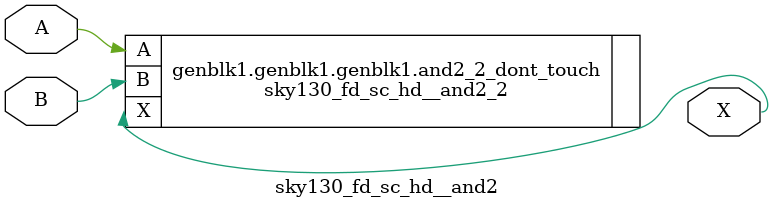
<source format=v>
`default_nettype none

module sky130_fd_sc_hd__and2 #(
    parameter integer DRIVE_LEVEL = 2,
    parameter integer DONT_TOUCH = 1
) (
    X,
    A,
    B
);

    // Module ports
    output X;
    input  A;
    input  B;

    generate
        if (DONT_TOUCH == 0) begin
        if (DRIVE_LEVEL == 1) begin
            (* keep , syn_keep *) sky130_fd_sc_hd__and2_1 and2_1 (
`ifdef USE_POWER_PINS
                .VPWR    (1'b1),
                .VGND    (1'b0),
                .VPB     (1'b1),
                .VNB     (1'b0),
`endif
                .X       (X),
                .A       (A),
                .B       (B)
            );
        end else if (DRIVE_LEVEL == 2) begin
            (* keep , syn_keep *) sky130_fd_sc_hd__and2_2 and2_2 (
`ifdef USE_POWER_PINS
                .VPWR    (1'b1),
                .VGND    (1'b0),
                .VPB     (1'b1),
                .VNB     (1'b0),
`endif
                .X       (X),
                .A       (A),
                .B       (B)
            );
        end else if (DRIVE_LEVEL == 4) begin
            (* keep , syn_keep *) sky130_fd_sc_hd__and2_4 and2_4 (
`ifdef USE_POWER_PINS
                .VPWR    (1'b1),
                .VGND    (1'b0),
                .VPB     (1'b1),
                .VNB     (1'b0),
`endif
                .X       (X),
                .A       (A),
                .B       (B)
            );
        end else begin
            // Check sky130 cell library for your requirement and add case
            $error("DRIVE_LEVEL=%d is not implemented for sky130_fd_sc_hd__and2", DRIVE_LEVEL);
        end

        end else begin
        if (DRIVE_LEVEL == 1) begin
            // dont_touch: to force drive level
            (* keep , syn_keep , dont_touch *) sky130_fd_sc_hd__and2_1 and2_1_dont_touch (
`ifdef USE_POWER_PINS
                .VPWR    (1'b1),
                .VGND    (1'b0),
                .VPB     (1'b1),
                .VNB     (1'b0),
`endif
                .X       (X),
                .A       (A),
                .B       (B)
            );
        end else if (DRIVE_LEVEL == 2) begin
            (* keep , syn_keep , dont_touch *) sky130_fd_sc_hd__and2_2 and2_2_dont_touch (
`ifdef USE_POWER_PINS
                .VPWR    (1'b1),
                .VGND    (1'b0),
                .VPB     (1'b1),
                .VNB     (1'b0),
`endif
                .X       (X),
                .A       (A),
                .B       (B)
            );
        end else if (DRIVE_LEVEL == 4) begin
            (* keep , syn_keep , dont_touch *) sky130_fd_sc_hd__and2_4 and2_4_dont_touch (
`ifdef USE_POWER_PINS
                .VPWR    (1'b1),
                .VGND    (1'b0),
                .VPB     (1'b1),
                .VNB     (1'b0),
`endif
                .X       (X),
                .A       (A),
                .B       (B)
            );
        end else begin
            // Check sky130 cell library for your requirement and add case
            $error("DRIVE_LEVEL=%d is not implemented for sky130_fd_sc_hd__and2", DRIVE_LEVEL);
        end
        end
    endgenerate

endmodule

</source>
